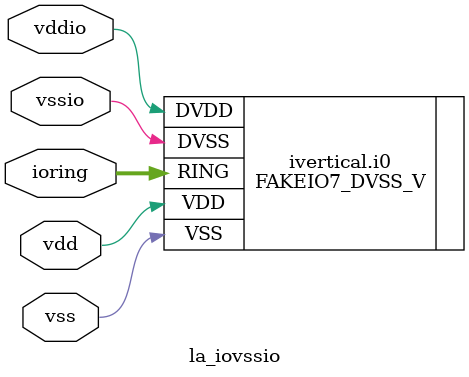
<source format=v>
/*****************************************************************************
 * Function: IO Ground Cell
 * Copyright: Lambda Project Authors. All rights Reserved.
 * License:  MIT (see LICENSE file in Lambda repository)
 *
 * Docs:
 *
 * ../README.md
 *
 ****************************************************************************/
(* keep_hierarchy *)
module la_iovssio #(
    parameter PROP  = "DEFAULT",  // cell property
    parameter SIDE  = "NO",       // "NO", "SO", "EA", "WE"
    parameter RINGW = 8           // width of io ring
) (
    inout             vdd,    // core supply
    inout             vss,    // core ground
    inout             vddio,  // io supply
    inout             vssio,  // io ground
    inout [RINGW-1:0] ioring  // generic ioring interface
);

  generate
    if (SIDE == "NO" | SIDE == "SO") begin : ivertical
      FAKEIO7_DVSS_V i0 (
          .DVDD(vddio),
          .DVSS(vssio),
          .VDD (vdd),
          .VSS (vss),
          .RING(ioring)
      );
    end else begin : ihorizontal
      FAKEIO7_DVSS_H i0 (
          .DVDD(vddio),
          .DVSS(vssio),
          .VDD (vdd),
          .VSS (vss),
          .RING(ioring)
      );
    end
  endgenerate

endmodule

</source>
